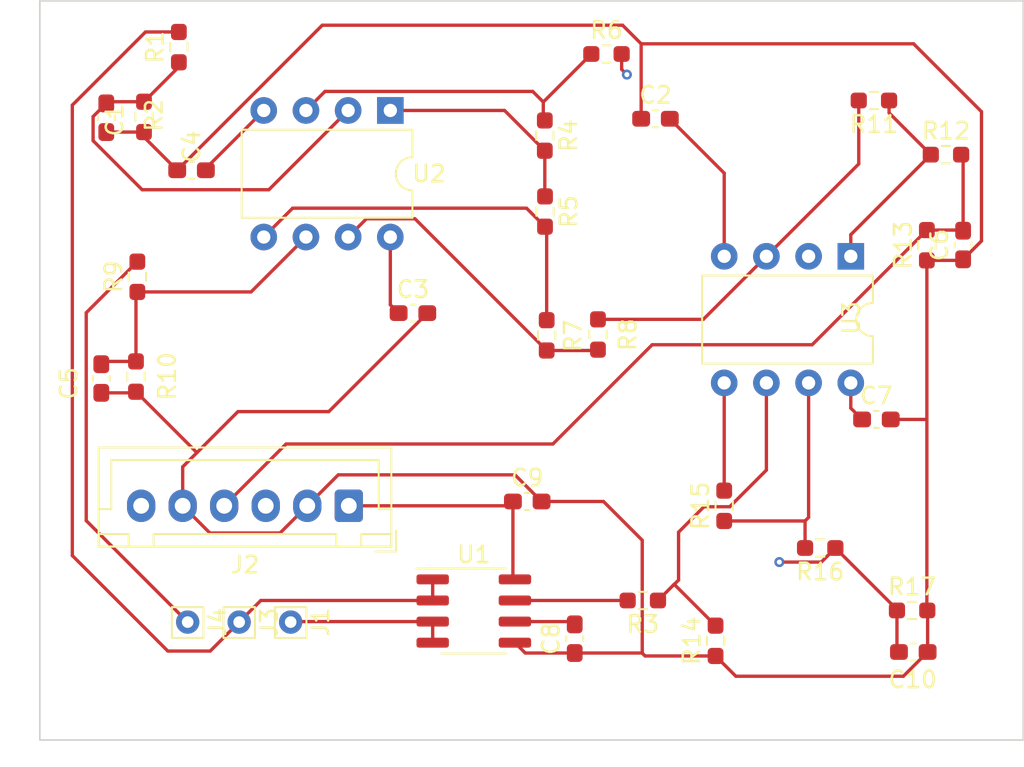
<source format=kicad_pcb>
(kicad_pcb (version 20221018) (generator pcbnew)
  (layers (0 "F.Cu" signal) (1 "In1.Cu" signal) (2 "In2.Cu" signal) (31 "B.Cu" signal) (34 "B.Paste" user) (35 "F.Paste" user) (36 "B.SilkS" user "B.Silkscreen") (37 "F.SilkS" user "F.Silkscreen") (38 "B.Mask" user) (39 "F.Mask" user) (44 "Edge.Cuts" user))
  (net 0 "")
  (net 1 "Net-(U2A--)")
  (net 2 "V+")
  (net 3 "Net-(U2B--)")
  (net 4 "V-Sense")
  (net 5 "Net-(U1-FILTER)")
  (net 6 "I-Sense")
  (net 7 "Current-OUT")
  (net 8 "V-")
  (net 9 "Voltage-Current-IN")
  (net 10 "Voltage-OUT")
  (net 11 "Net-(U3A--)")
  (net 12 "Net-(U1-VIOUT)")
  (net 13 "Net-(U2A-+)")
  (net 14 "Net-(R4-Pad2)")
  (net 15 "Net-(U2B-+)")
  (net 16 "Net-(U3B--)")
  (net 17 "Net-(R7-Pad1)")
  (net 18 "Net-(U3B-+)")
  (net 19 "Net-(R15-Pad1)")
  (net 20 "Net-(U3A-+)")
  (net 21 "GND")
  (net 22 "Net-(R11-Pad1)")
  (footprint "Connector_Pin:Pin_D0.7mm_L6.5mm_W1.8mm_FlatFork" (layer "F.Cu") (at 78.4 135.4 90)
    (fp_text reference "J1" (at 0 1.8 90) (layer "F.SilkS"))
    (fp_text value "Conn_01x01_Pin")
    (fp_line (start -0.95 -0.95) (end -0.95 0.95) (stroke (width 0.12)) (layer "F.SilkS"))
    (fp_line (start -0.95 0.95) (end 0.9 0.95) (stroke (width 0.12)) (layer "F.SilkS"))
    (fp_line (start 0.9 -0.95) (end -0.95 -0.95) (stroke (width 0.12)) (layer "F.SilkS"))
    (fp_line (start 0.9 -0.9) (end 0.9 -0.95) (stroke (width 0.12)) (layer "F.SilkS"))
    (fp_line (start 0.9 0.95) (end 0.9 -0.9) (stroke (width 0.12)) (layer "F.SilkS"))
    (pad "1" thru_hole circle (at 0 0 90) (size 1.4 1.4) (drill 0.7) (layers "*.Cu" "*.Mask") (net 7 "Current-OUT"))
  )
  (footprint "Connector_Pin:Pin_D0.7mm_L6.5mm_W1.8mm_FlatFork" (layer "F.Cu") (at 72.2 135.4 90)
    (fp_text reference "J4" (at 0 1.8 90) (layer "F.SilkS"))
    (fp_text value "Conn_01x01_Pin")
    (fp_line (start -0.95 -0.95) (end -0.95 0.95) (stroke (width 0.12)) (layer "F.SilkS"))
    (fp_line (start -0.95 0.95) (end 0.9 0.95) (stroke (width 0.12)) (layer "F.SilkS"))
    (fp_line (start 0.9 -0.95) (end -0.95 -0.95) (stroke (width 0.12)) (layer "F.SilkS"))
    (fp_line (start 0.9 -0.9) (end 0.9 -0.95) (stroke (width 0.12)) (layer "F.SilkS"))
    (fp_line (start 0.9 0.95) (end 0.9 -0.9) (stroke (width 0.12)) (layer "F.SilkS"))
    (pad "1" thru_hole circle (at 0 0 90) (size 1.4 1.4) (drill 0.7) (layers "*.Cu" "*.Mask") (net 10 "Voltage-OUT"))
  )
  (footprint "Capacitor_SMD:C_0603_1608Metric_Pad1.08x0.95mm_HandSolder" (layer "F.Cu") (at 92.6425 128.14)
    (fp_text reference "C9" (at 0 -1.43) (layer "F.SilkS"))
    (fp_text value "C")
    (fp_line (start -0.146267 -0.51) (end 0.146267 -0.51) (stroke (width 0.12)) (layer "F.SilkS"))
    (fp_line (start -0.146267 0.51) (end 0.146267 0.51) (stroke (width 0.12)) (layer "F.SilkS"))
    (pad "1" smd roundrect (at -0.8625 0) (size 1.075 0.95) (layers "F.Cu" "F.Paste" "F.Mask") (net 2 "V+"))
    (pad "2" smd roundrect (at 0.8625 0) (size 1.075 0.95) (layers "F.Cu" "F.Paste" "F.Mask") (net 21 "GND"))
  )
  (footprint "Resistor_SMD:R_0603_1608Metric_Pad0.98x0.95mm_HandSolder" (layer "F.Cu") (at 71.67 100.7875 90)
    (fp_text reference "R1" (at 0 -1.43 90) (layer "F.SilkS"))
    (fp_text value "R")
    (fp_line (start -0.254724 -0.5225) (end 0.254724 -0.5225) (stroke (width 0.12)) (layer "F.SilkS"))
    (fp_line (start -0.254724 0.5225) (end 0.254724 0.5225) (stroke (width 0.12)) (layer "F.SilkS"))
    (pad "1" smd roundrect (at -0.9125 0 90) (size 0.975 0.95) (layers "F.Cu" "F.Paste" "F.Mask") (net 1 "Net-(U2A--)"))
    (pad "2" smd roundrect (at 0.9125 0 90) (size 0.975 0.95) (layers "F.Cu" "F.Paste" "F.Mask") (net 9 "Voltage-Current-IN"))
  )
  (footprint "Capacitor_SMD:C_0603_1608Metric_Pad1.08x0.95mm_HandSolder" (layer "F.Cu") (at 67.3 105.0375 -90)
    (fp_text reference "C1" (at 0.146267 -0.51 90) (layer "F.SilkS"))
    (fp_text value "C")
    (fp_line (start -0.146267 -0.51) (end 0.146267 -0.51) (stroke (width 0.12)) (layer "F.SilkS"))
    (fp_line (start -0.146267 0.51) (end 0.146267 0.51) (stroke (width 0.12)) (layer "F.SilkS"))
    (pad "1" smd roundrect (at -0.8625 0 270) (size 1.075 0.95) (layers "F.Cu" "F.Paste" "F.Mask") (net 1 "Net-(U2A--)"))
    (pad "2" smd roundrect (at 0.8625 0 270) (size 1.075 0.95) (layers "F.Cu" "F.Paste" "F.Mask") (net 21 "GND"))
  )
  (footprint "Package_SO:SOIC-8_3.9x4.9mm_P1.27mm" (layer "F.Cu") (at 89.425 134.735)
    (fp_text reference "U1" (at 0 -3.4) (layer "F.SilkS"))
    (fp_text value "ACS712xLCTR-20A")
    (fp_line (start 0 -2.56) (end -3.45 -2.56) (stroke (width 0.12)) (layer "F.SilkS"))
    (fp_line (start 0 -2.56) (end 1.95 -2.56) (stroke (width 0.12)) (layer "F.SilkS"))
    (fp_line (start 0 2.56) (end -1.95 2.56) (stroke (width 0.12)) (layer "F.SilkS"))
    (fp_line (start 0 2.56) (end 1.95 2.56) (stroke (width 0.12)) (layer "F.SilkS"))
    (pad "1" smd roundrect (at -2.475 -1.905) (size 1.95 0.6) (layers "F.Cu" "F.Paste" "F.Mask") (net 9 "Voltage-Current-IN"))
    (pad "2" smd roundrect (at -2.475 -0.635) (size 1.95 0.6) (layers "F.Cu" "F.Paste" "F.Mask") (net 9 "Voltage-Current-IN"))
    (pad "3" smd roundrect (at -2.475 0.635) (size 1.95 0.6) (layers "F.Cu" "F.Paste" "F.Mask") (net 7 "Current-OUT"))
    (pad "4" smd roundrect (at -2.475 1.905) (size 1.95 0.6) (layers "F.Cu" "F.Paste" "F.Mask") (net 7 "Current-OUT"))
    (pad "5" smd roundrect (at 2.475 1.905) (size 1.95 0.6) (layers "F.Cu" "F.Paste" "F.Mask") (net 21 "GND"))
    (pad "6" smd roundrect (at 2.475 0.635) (size 1.95 0.6) (layers "F.Cu" "F.Paste" "F.Mask") (net 5 "Net-(U1-FILTER)"))
    (pad "7" smd roundrect (at 2.475 -0.635) (size 1.95 0.6) (layers "F.Cu" "F.Paste" "F.Mask") (net 12 "Net-(U1-VIOUT)"))
    (pad "8" smd roundrect (at 2.475 -1.905) (size 1.95 0.6) (layers "F.Cu" "F.Paste" "F.Mask") (net 2 "V+"))
  )
  (footprint "Resistor_SMD:R_0603_1608Metric_Pad0.98x0.95mm_HandSolder" (layer "F.Cu") (at 69.17 114.6125 90)
    (fp_text reference "R9" (at 0 -1.43 90) (layer "F.SilkS"))
    (fp_text value "R")
    (fp_line (start -0.254724 -0.5225) (end 0.254724 -0.5225) (stroke (width 0.12)) (layer "F.SilkS"))
    (fp_line (start -0.254724 0.5225) (end 0.254724 0.5225) (stroke (width 0.12)) (layer "F.SilkS"))
    (pad "1" smd roundrect (at -0.9125 0 90) (size 0.975 0.95) (layers "F.Cu" "F.Paste" "F.Mask") (net 3 "Net-(U2B--)"))
    (pad "2" smd roundrect (at 0.9125 0 90) (size 0.975 0.95) (layers "F.Cu" "F.Paste" "F.Mask") (net 10 "Voltage-OUT"))
  )
  (footprint "Resistor_SMD:R_0603_1608Metric_Pad0.98x0.95mm_HandSolder" (layer "F.Cu") (at 96.9 118.0875 90)
    (fp_text reference "R8" (at -0.0125 1.8 90) (layer "F.SilkS"))
    (fp_text value "R")
    (fp_line (start -0.254724 -0.5225) (end 0.254724 -0.5225) (stroke (width 0.12)) (layer "F.SilkS"))
    (fp_line (start -0.254724 0.5225) (end 0.254724 0.5225) (stroke (width 0.12)) (layer "F.SilkS"))
    (pad "1" smd roundrect (at -0.9125 0 90) (size 0.975 0.95) (layers "F.Cu" "F.Paste" "F.Mask") (net 17 "Net-(R7-Pad1)"))
    (pad "2" smd roundrect (at 0.9125 0 90) (size 0.975 0.95) (layers "F.Cu" "F.Paste" "F.Mask") (net 20 "Net-(U3A-+)"))
  )
  (footprint "Connector_JST:JST_XH_B6B-XH-A_1x06_P2.50mm_Vertical" (layer "F.Cu") (at 81.9 128.4 180)
    (fp_text reference "J2" (at 6.25 -3.55) (layer "F.SilkS"))
    (fp_text value "Conn_01x06")
    (fp_line (start -2.85 -2.75) (end -2.85 -1.5) (stroke (width 0.12)) (layer "F.SilkS"))
    (fp_line (start -2.56 -2.46) (end -2.56 3.51) (stroke (width 0.12)) (layer "F.SilkS"))
    (fp_line (start -2.56 3.51) (end 15.06 3.51) (stroke (width 0.12)) (layer "F.SilkS"))
    (fp_line (start -2.55 -2.45) (end -2.55 -1.7) (stroke (width 0.12)) (layer "F.SilkS"))
    (fp_line (start -2.55 -1.7) (end -0.75 -1.7) (stroke (width 0.12)) (layer "F.SilkS"))
    (fp_line (start -2.55 -0.2) (end -1.8 -0.2) (stroke (width 0.12)) (layer "F.SilkS"))
    (fp_line (start -1.8 -0.2) (end -1.8 2.75) (stroke (width 0.12)) (layer "F.SilkS"))
    (fp_line (start -1.8 2.75) (end 6.25 2.75) (stroke (width 0.12)) (layer "F.SilkS"))
    (fp_line (start -1.6 -2.75) (end -2.85 -2.75) (stroke (width 0.12)) (layer "F.SilkS"))
    (fp_line (start -0.75 -2.45) (end -2.55 -2.45) (stroke (width 0.12)) (layer "F.SilkS"))
    (fp_line (start -0.75 -1.7) (end -0.75 -2.45) (stroke (width 0.12)) (layer "F.SilkS"))
    (fp_line (start 0.75 -2.45) (end 0.75 -1.7) (stroke (width 0.12)) (layer "F.SilkS"))
    (fp_line (start 0.75 -1.7) (end 11.75 -1.7) (stroke (width 0.12)) (layer "F.SilkS"))
    (fp_line (start 11.75 -2.45) (end 0.75 -2.45) (stroke (width 0.12)) (layer "F.SilkS"))
    (fp_line (start 11.75 -1.7) (end 11.75 -2.45) (stroke (width 0.12)) (layer "F.SilkS"))
    (fp_line (start 13.25 -2.45) (end 13.25 -1.7) (stroke (width 0.12)) (layer "F.SilkS"))
    (fp_line (start 13.25 -1.7) (end 15.05 -1.7) (stroke (width 0.12)) (layer "F.SilkS"))
    (fp_line (start 14.3 -0.2) (end 14.3 2.75) (stroke (width 0.12)) (layer "F.SilkS"))
    (fp_line (start 14.3 2.75) (end 6.25 2.75) (stroke (width 0.12)) (layer "F.SilkS"))
    (fp_line (start 15.05 -2.45) (end 13.25 -2.45) (stroke (width 0.12)) (layer "F.SilkS"))
    (fp_line (start 15.05 -1.7) (end 15.05 -2.45) (stroke (width 0.12)) (layer "F.SilkS"))
    (fp_line (start 15.05 -0.2) (end 14.3 -0.2) (stroke (width 0.12)) (layer "F.SilkS"))
    (fp_line (start 15.06 -2.46) (end -2.56 -2.46) (stroke (width 0.12)) (layer "F.SilkS"))
    (fp_line (start 15.06 3.51) (end 15.06 -2.46) (stroke (width 0.12)) (layer "F.SilkS"))
    (pad "1" thru_hole roundrect (at 0 0 180) (size 1.7 1.95) (drill 0.95) (layers "*.Cu" "*.Mask") (roundrect_rratio 0.1470588235) (net 2 "V+"))
    (pad "2" thru_hole oval (at 2.5 0 180) (size 1.7 1.95) (drill 0.95) (layers "*.Cu" "*.Mask") (net 21 "GND"))
    (pad "3" thru_hole oval (at 5 0 180) (size 1.7 1.95) (drill 0.95) (layers "*.Cu" "*.Mask") (net 8 "V-"))
    (pad "4" thru_hole oval (at 7.5 0 180) (size 1.7 1.95) (drill 0.95) (layers "*.Cu" "*.Mask") (net 4 "V-Sense"))
    (pad "5" thru_hole oval (at 10 0 180) (size 1.7 1.95) (drill 0.95) (layers "*.Cu" "*.Mask") (net 21 "GND"))
    (pad "6" thru_hole oval (at 12.5 0 180) (size 1.7 1.95) (drill 0.95) (layers "*.Cu" "*.Mask") (net 6 "I-Sense"))
  )
  (footprint "Resistor_SMD:R_0603_1608Metric_Pad0.98x0.95mm_HandSolder" (layer "F.Cu") (at 93.7 106.1125 -90)
    (fp_text reference "R4" (at 0 -1.43 90) (layer "F.SilkS"))
    (fp_text value "R")
    (fp_line (start -0.254724 -0.5225) (end 0.254724 -0.5225) (stroke (width 0.12)) (layer "F.SilkS"))
    (fp_line (start -0.254724 0.5225) (end 0.254724 0.5225) (stroke (width 0.12)) (layer "F.SilkS"))
    (pad "1" smd roundrect (at -0.9125 0 270) (size 0.975 0.95) (layers "F.Cu" "F.Paste" "F.Mask") (net 13 "Net-(U2A-+)"))
    (pad "2" smd roundrect (at 0.9125 0 270) (size 0.975 0.95) (layers "F.Cu" "F.Paste" "F.Mask") (net 14 "Net-(R4-Pad2)"))
  )
  (footprint "Resistor_SMD:R_0603_1608Metric_Pad0.98x0.95mm_HandSolder" (layer "F.Cu") (at 103.98 136.5275 90)
    (fp_text reference "R14" (at 0 -1.43 90) (layer "F.SilkS"))
    (fp_text value "R")
    (fp_line (start -0.254724 -0.5225) (end 0.254724 -0.5225) (stroke (width 0.12)) (layer "F.SilkS"))
    (fp_line (start -0.254724 0.5225) (end 0.254724 0.5225) (stroke (width 0.12)) (layer "F.SilkS"))
    (pad "1" smd roundrect (at -0.9125 0 90) (size 0.975 0.95) (layers "F.Cu" "F.Paste" "F.Mask") (net 21 "GND"))
    (pad "2" smd roundrect (at 0.9125 0 90) (size 0.975 0.95) (layers "F.Cu" "F.Paste" "F.Mask") (net 16 "Net-(U3B--)"))
  )
  (footprint "Capacitor_SMD:C_0603_1608Metric_Pad1.08x0.95mm_HandSolder" (layer "F.Cu") (at 118.8825 112.7 90)
    (fp_text reference "C6" (at 0 -1.43 90) (layer "F.SilkS"))
    (fp_text value "C")
    (fp_line (start -0.146267 -0.51) (end 0.146267 -0.51) (stroke (width 0.12)) (layer "F.SilkS"))
    (fp_line (start -0.146267 0.51) (end 0.146267 0.51) (stroke (width 0.12)) (layer "F.SilkS"))
    (pad "1" smd roundrect (at -0.8625 0 90) (size 1.075 0.95) (layers "F.Cu" "F.Paste" "F.Mask") (net 21 "GND"))
    (pad "2" smd roundrect (at 0.8625 0 90) (size 1.075 0.95) (layers "F.Cu" "F.Paste" "F.Mask") (net 4 "V-Sense"))
  )
  (footprint "Capacitor_SMD:C_0603_1608Metric_Pad1.08x0.95mm_HandSolder" (layer "F.Cu") (at 100.3625 105.1)
    (fp_text reference "C2" (at 0 -1.43) (layer "F.SilkS"))
    (fp_text value "C")
    (fp_line (start -0.146267 -0.51) (end 0.146267 -0.51) (stroke (width 0.12)) (layer "F.SilkS"))
    (fp_line (start -0.146267 0.51) (end 0.146267 0.51) (stroke (width 0.12)) (layer "F.SilkS"))
    (pad "1" smd roundrect (at -0.8625 0) (size 1.075 0.95) (layers "F.Cu" "F.Paste" "F.Mask") (net 21 "GND"))
    (pad "2" smd roundrect (at 0.8625 0) (size 1.075 0.95) (layers "F.Cu" "F.Paste" "F.Mask") (net 8 "V-"))
  )
  (footprint "Resistor_SMD:R_0603_1608Metric_Pad0.98x0.95mm_HandSolder" (layer "F.Cu") (at 110.28 130.94 180)
    (fp_text reference "R16" (at 0 -1.43) (layer "F.SilkS"))
    (fp_text value "R")
    (fp_line (start -0.254724 -0.5225) (end 0.254724 -0.5225) (stroke (width 0.12)) (layer "F.SilkS"))
    (fp_line (start -0.254724 0.5225) (end 0.254724 0.5225) (stroke (width 0.12)) (layer "F.SilkS"))
    (pad "1" smd roundrect (at -0.9125 0 180) (size 0.975 0.95) (layers "F.Cu" "F.Paste" "F.Mask") (net 6 "I-Sense"))
    (pad "2" smd roundrect (at 0.9125 0 180) (size 0.975 0.95) (layers "F.Cu" "F.Paste" "F.Mask") (net 19 "Net-(R15-Pad1)"))
  )
  (footprint "Resistor_SMD:R_0603_1608Metric_Pad0.98x0.95mm_HandSolder" (layer "F.Cu") (at 115.8125 134.7)
    (fp_text reference "R17" (at 0 -1.43) (layer "F.SilkS"))
    (fp_text value "R")
    (fp_line (start -0.254724 -0.5225) (end 0.254724 -0.5225) (stroke (width 0.12)) (layer "F.SilkS"))
    (fp_line (start -0.254724 0.5225) (end 0.254724 0.5225) (stroke (width 0.12)) (layer "F.SilkS"))
    (pad "1" smd roundrect (at -0.9125 0) (size 0.975 0.95) (layers "F.Cu" "F.Paste" "F.Mask") (net 6 "I-Sense"))
    (pad "2" smd roundrect (at 0.9125 0) (size 0.975 0.95) (layers "F.Cu" "F.Paste" "F.Mask") (net 21 "GND"))
  )
  (footprint "Resistor_SMD:R_0603_1608Metric_Pad0.98x0.95mm_HandSolder" (layer "F.Cu") (at 97.4125 101.2)
    (fp_text reference "R6" (at 0 -1.43) (layer "F.SilkS"))
    (fp_text value "R")
    (fp_line (start -0.254724 -0.5225) (end 0.254724 -0.5225) (stroke (width 0.12)) (layer "F.SilkS"))
    (fp_line (start -0.254724 0.5225) (end 0.254724 0.5225) (stroke (width 0.12)) (layer "F.SilkS"))
    (pad "1" smd roundrect (at -0.9125 0) (size 0.975 0.95) (layers "F.Cu" "F.Paste" "F.Mask") (net 13 "Net-(U2A-+)"))
    (pad "2" smd roundrect (at 0.9125 0) (size 0.975 0.95) (layers "F.Cu" "F.Paste" "F.Mask") (net 11 "Net-(U3A--)"))
  )
  (footprint "Resistor_SMD:R_0603_1608Metric_Pad0.98x0.95mm_HandSolder" (layer "F.Cu") (at 93.7125 110.685 -90)
    (fp_text reference "R5" (at 0 -1.43 90) (layer "F.SilkS"))
    (fp_text value "R")
    (fp_line (start -0.254724 -0.5225) (end 0.254724 -0.5225) (stroke (width 0.12)) (layer "F.SilkS"))
    (fp_line (start -0.254724 0.5225) (end 0.254724 0.5225) (stroke (width 0.12)) (layer "F.SilkS"))
    (pad "1" smd roundrect (at -0.9125 0 270) (size 0.975 0.95) (layers "F.Cu" "F.Paste" "F.Mask") (net 14 "Net-(R4-Pad2)"))
    (pad "2" smd roundrect (at 0.9125 0 270) (size 0.975 0.95) (layers "F.Cu" "F.Paste" "F.Mask") (net 15 "Net-(U2B-+)"))
  )
  (footprint "Resistor_SMD:R_0603_1608Metric_Pad0.98x0.95mm_HandSolder" (layer "F.Cu") (at 69.0875 120.62 90)
    (fp_text reference "R10" (at 0.02 1.8825 90) (layer "F.SilkS"))
    (fp_text value "R")
    (fp_line (start -0.254724 -0.5225) (end 0.254724 -0.5225) (stroke (width 0.12)) (layer "F.SilkS"))
    (fp_line (start -0.254724 0.5225) (end 0.254724 0.5225) (stroke (width 0.12)) (layer "F.SilkS"))
    (pad "1" smd roundrect (at -0.9125 0 90) (size 0.975 0.95) (layers "F.Cu" "F.Paste" "F.Mask") (net 21 "GND"))
    (pad "2" smd roundrect (at 0.9125 0 90) (size 0.975 0.95) (layers "F.Cu" "F.Paste" "F.Mask") (net 3 "Net-(U2B--)"))
  )
  (footprint "Resistor_SMD:R_0603_1608Metric_Pad0.98x0.95mm_HandSolder" (layer "F.Cu") (at 117.85 107.26)
    (fp_text reference "R12" (at 0 -1.43) (layer "F.SilkS"))
    (fp_text value "R")
    (fp_line (start -0.254724 -0.5225) (end 0.254724 -0.5225) (stroke (width 0.12)) (layer "F.SilkS"))
    (fp_line (start -0.254724 0.5225) (end 0.254724 0.5225) (stroke (width 0.12)) (layer "F.SilkS"))
    (pad "1" smd roundrect (at -0.9125 0) (size 0.975 0.95) (layers "F.Cu" "F.Paste" "F.Mask") (net 22 "Net-(R11-Pad1)"))
    (pad "2" smd roundrect (at 0.9125 0) (size 0.975 0.95) (layers "F.Cu" "F.Paste" "F.Mask") (net 4 "V-Sense"))
  )
  (footprint "Connector_Pin:Pin_D0.7mm_L6.5mm_W1.8mm_FlatFork" (layer "F.Cu") (at 75.3 135.4 90)
    (fp_text reference "J3" (at 0 1.8 90) (layer "F.SilkS"))
    (fp_text value "Conn_01x01_Pin")
    (fp_line (start -0.95 -0.95) (end -0.95 0.95) (stroke (width 0.12)) (layer "F.SilkS"))
    (fp_line (start -0.95 0.95) (end 0.9 0.95) (stroke (width 0.12)) (layer "F.SilkS"))
    (fp_line (start 0.9 -0.95) (end -0.95 -0.95) (stroke (width 0.12)) (layer "F.SilkS"))
    (fp_line (start 0.9 -0.9) (end 0.9 -0.95) (stroke (width 0.12)) (layer "F.SilkS"))
    (fp_line (start 0.9 0.95) (end 0.9 -0.9) (stroke (width 0.12)) (layer "F.SilkS"))
    (pad "1" thru_hole circle (at 0 0 90) (size 1.4 1.4) (drill 0.7) (layers "*.Cu" "*.Mask") (net 9 "Voltage-Current-IN"))
  )
  (footprint "Resistor_SMD:R_0603_1608Metric_Pad0.98x0.95mm_HandSolder" (layer "F.Cu") (at 99.6 134.1 180)
    (fp_text reference "R3" (at 0 -1.43) (layer "F.SilkS"))
    (fp_text value "R")
    (fp_line (start -0.254724 -0.5225) (end 0.254724 -0.5225) (stroke (width 0.12)) (layer "F.SilkS"))
    (fp_line (start -0.254724 0.5225) (end 0.254724 0.5225) (stroke (width 0.12)) (layer "F.SilkS"))
    (pad "1" smd roundrect (at -0.9125 0 180) (size 0.975 0.95) (layers "F.Cu" "F.Paste" "F.Mask") (net 16 "Net-(U3B--)"))
    (pad "2" smd roundrect (at 0.9125 0 180) (size 0.975 0.95) (layers "F.Cu" "F.Paste" "F.Mask") (net 12 "Net-(U1-VIOUT)"))
  )
  (footprint "Capacitor_SMD:C_0603_1608Metric_Pad1.08x0.95mm_HandSolder" (layer "F.Cu") (at 67 120.7375 -90)
    (fp_text reference "C5" (at 0.2975 1.96 90) (layer "F.SilkS"))
    (fp_text value "C")
    (fp_line (start -0.146267 -0.51) (end 0.146267 -0.51) (stroke (width 0.12)) (layer "F.SilkS"))
    (fp_line (start -0.146267 0.51) (end 0.146267 0.51) (stroke (width 0.12)) (layer "F.SilkS"))
    (pad "1" smd roundrect (at -0.8625 0 270) (size 1.075 0.95) (layers "F.Cu" "F.Paste" "F.Mask") (net 3 "Net-(U2B--)"))
    (pad "2" smd roundrect (at 0.8625 0 270) (size 1.075 0.95) (layers "F.Cu" "F.Paste" "F.Mask") (net 21 "GND"))
  )
  (footprint "Resistor_SMD:R_0603_1608Metric_Pad0.98x0.95mm_HandSolder" (layer "F.Cu") (at 93.8125 118.1375 90)
    (fp_text reference "R7" (at -0.0275 1.59 90) (layer "F.SilkS"))
    (fp_text value "R")
    (fp_line (start -0.254724 -0.5225) (end 0.254724 -0.5225) (stroke (width 0.12)) (layer "F.SilkS"))
    (fp_line (start -0.254724 0.5225) (end 0.254724 0.5225) (stroke (width 0.12)) (layer "F.SilkS"))
    (pad "1" smd roundrect (at -0.9125 0 90) (size 0.975 0.95) (layers "F.Cu" "F.Paste" "F.Mask") (net 17 "Net-(R7-Pad1)"))
    (pad "2" smd roundrect (at 0.9125 0 90) (size 0.975 0.95) (layers "F.Cu" "F.Paste" "F.Mask") (net 15 "Net-(U2B-+)"))
  )
  (footprint "Resistor_SMD:R_0603_1608Metric_Pad0.98x0.95mm_HandSolder" (layer "F.Cu") (at 104.5 128.4 90)
    (fp_text reference "R15" (at 0 -1.43 90) (layer "F.SilkS"))
    (fp_text value "R")
    (fp_line (start -0.254724 -0.5225) (end 0.254724 -0.5225) (stroke (width 0.12)) (layer "F.SilkS"))
    (fp_line (start -0.254724 0.5225) (end 0.254724 0.5225) (stroke (width 0.12)) (layer "F.SilkS"))
    (pad "1" smd roundrect (at -0.9125 0 90) (size 0.975 0.95) (layers "F.Cu" "F.Paste" "F.Mask") (net 19 "Net-(R15-Pad1)"))
    (pad "2" smd roundrect (at 0.9125 0 90) (size 0.975 0.95) (layers "F.Cu" "F.Paste" "F.Mask") (net 18 "Net-(U3B-+)"))
  )
  (footprint "Capacitor_SMD:C_0603_1608Metric_Pad1.08x0.95mm_HandSolder" (layer "F.Cu") (at 72.4325 108.2)
    (fp_text reference "C4" (at 0 -1.43 90) (layer "F.SilkS"))
    (fp_text value "C")
    (fp_line (start -0.146267 -0.51) (end 0.146267 -0.51) (stroke (width 0.12)) (layer "F.SilkS"))
    (fp_line (start -0.146267 0.51) (end 0.146267 0.51) (stroke (width 0.12)) (layer "F.SilkS"))
    (pad "1" smd roundrect (at -0.8625 0) (size 1.075 0.95) (layers "F.Cu" "F.Paste" "F.Mask") (net 21 "GND"))
    (pad "2" smd roundrect (at 0.8625 0) (size 1.075 0.95) (layers "F.Cu" "F.Paste" "F.Mask") (net 8 "V-"))
  )
  (footprint "Package_DIP:DIP-8_W7.62mm" (layer "F.Cu") (at 112.12 113.38 -90)
    (fp_text reference "U3" (at 3.71 -0.03 90) (layer "F.SilkS"))
    (fp_text value "LM358")
    (fp_line (start 1.16 -1.33) (end 1.16 8.95) (stroke (width 0.12)) (layer "F.SilkS"))
    (fp_line (start 1.16 8.95) (end 6.46 8.95) (stroke (width 0.12)) (layer "F.SilkS"))
    (fp_line (start 2.81 -1.33) (end 1.16 -1.33) (stroke (width 0.12)) (layer "F.SilkS"))
    (fp_line (start 6.46 -1.33) (end 4.81 -1.33) (stroke (width 0.12)) (layer "F.SilkS"))
    (fp_line (start 6.46 8.95) (end 6.46 -1.33) (stroke (width 0.12)) (layer "F.SilkS"))
    (fp_arc (start 4.81 -1.33) (mid 3.81 -0.33) (end 2.81 -1.33) (stroke (width 0.12)) (layer "F.SilkS"))
    (pad "1" thru_hole rect (at 0 0 270) (size 1.6 1.6) (drill 0.8) (layers "*.Cu" "*.Mask") (net 22 "Net-(R11-Pad1)"))
    (pad "2" thru_hole oval (at 0 2.54 270) (size 1.6 1.6) (drill 0.8) (layers "*.Cu" "*.Mask") (net 11 "Net-(U3A--)"))
    (pad "3" thru_hole oval (at 0 5.08 270) (size 1.6 1.6) (drill 0.8) (layers "*.Cu" "*.Mask") (net 20 "Net-(U3A-+)"))
    (pad "4" thru_hole oval (at 0 7.62 270) (size 1.6 1.6) (drill 0.8) (layers "*.Cu" "*.Mask") (net 8 "V-"))
    (pad "5" thru_hole oval (at 7.62 7.62 270) (size 1.6 1.6) (drill 0.8) (layers "*.Cu" "*.Mask") (net 18 "Net-(U3B-+)"))
    (pad "6" thru_hole oval (at 7.62 5.08 270) (size 1.6 1.6) (drill 0.8) (layers "*.Cu" "*.Mask") (net 16 "Net-(U3B--)"))
    (pad "7" thru_hole oval (at 7.62 2.54 270) (size 1.6 1.6) (drill 0.8) (layers "*.Cu" "*.Mask") (net 19 "Net-(R15-Pad1)"))
    (pad "8" thru_hole oval (at 7.62 0 270) (size 1.6 1.6) (drill 0.8) (layers "*.Cu" "*.Mask") (net 2 "V+"))
  )
  (footprint "Capacitor_SMD:C_0603_1608Metric_Pad1.08x0.95mm_HandSolder" (layer "F.Cu") (at 115.8825 137.2 180)
    (fp_text reference "C10" (at 0.0325 -1.66) (layer "F.SilkS"))
    (fp_text value "C")
    (fp_line (start -0.146267 -0.51) (end 0.146267 -0.51) (stroke (width 0.12)) (layer "F.SilkS"))
    (fp_line (start -0.146267 0.51) (end 0.146267 0.51) (stroke (width 0.12)) (layer "F.SilkS"))
    (pad "1" smd roundrect (at -0.8625 0 180) (size 1.075 0.95) (layers "F.Cu" "F.Paste" "F.Mask") (net 21 "GND"))
    (pad "2" smd roundrect (at 0.8625 0 180) (size 1.075 0.95) (layers "F.Cu" "F.Paste" "F.Mask") (net 6 "I-Sense"))
  )
  (footprint "Capacitor_SMD:C_0603_1608Metric_Pad1.08x0.95mm_HandSolder" (layer "F.Cu") (at 85.7625 116.8)
    (fp_text reference "C3" (at 0 -1.43) (layer "F.SilkS"))
    (fp_text value "C")
    (fp_line (start -0.146267 -0.51) (end 0.146267 -0.51) (stroke (width 0.12)) (layer "F.SilkS"))
    (fp_line (start -0.146267 0.51) (end 0.146267 0.51) (stroke (width 0.12)) (layer "F.SilkS"))
    (pad "1" smd roundrect (at -0.8625 0) (size 1.075 0.95) (layers "F.Cu" "F.Paste" "F.Mask") (net 2 "V+"))
    (pad "2" smd roundrect (at 0.8625 0) (size 1.075 0.95) (layers "F.Cu" "F.Paste" "F.Mask") (net 21 "GND"))
  )
  (footprint "Package_DIP:DIP-8_W7.62mm" (layer "F.Cu") (at 84.4 104.6 -90)
    (fp_text reference "U2" (at 3.81 -2.33) (layer "F.SilkS"))
    (fp_text value "LM358")
    (fp_line (start 1.16 -1.33) (end 1.16 8.95) (stroke (width 0.12)) (layer "F.SilkS"))
    (fp_line (start 1.16 8.95) (end 6.46 8.95) (stroke (width 0.12)) (layer "F.SilkS"))
    (fp_line (start 2.81 -1.33) (end 1.16 -1.33) (stroke (width 0.12)) (layer "F.SilkS"))
    (fp_line (start 6.46 -1.33) (end 4.81 -1.33) (stroke (width 0.12)) (layer "F.SilkS"))
    (fp_line (start 6.46 8.95) (end 6.46 -1.33) (stroke (width 0.12)) (layer "F.SilkS"))
    (fp_arc (start 4.81 -1.33) (mid 3.81 -0.33) (end 2.81 -1.33) (stroke (width 0.12)) (layer "F.SilkS"))
    (pad "1" thru_hole rect (at 0 0 270) (size 1.6 1.6) (drill 0.8) (layers "*.Cu" "*.Mask") (net 14 "Net-(R4-Pad2)"))
    (pad "2" thru_hole oval (at 0 2.54 270) (size 1.6 1.6) (drill 0.8) (layers "*.Cu" "*.Mask") (net 1 "Net-(U2A--)"))
    (pad "3" thru_hole oval (at 0 5.08 270) (size 1.6 1.6) (drill 0.8) (layers "*.Cu" "*.Mask") (net 13 "Net-(U2A-+)"))
    (pad "4" thru_hole oval (at 0 7.62 270) (size 1.6 1.6) (drill 0.8) (layers "*.Cu" "*.Mask") (net 8 "V-"))
    (pad "5" thru_hole oval (at 7.62 7.62 270) (size 1.6 1.6) (drill 0.8) (layers "*.Cu" "*.Mask") (net 15 "Net-(U2B-+)"))
    (pad "6" thru_hole oval (at 7.62 5.08 270) (size 1.6 1.6) (drill 0.8) (layers "*.Cu" "*.Mask") (net 3 "Net-(U2B--)"))
    (pad "7" thru_hole oval (at 7.62 2.54 270) (size 1.6 1.6) (drill 0.8) (layers "*.Cu" "*.Mask") (net 17 "Net-(R7-Pad1)"))
    (pad "8" thru_hole oval (at 7.62 0 270) (size 1.6 1.6) (drill 0.8) (layers "*.Cu" "*.Mask" "Dwgs.User") (net 2 "V+"))
  )
  (footprint "Capacitor_SMD:C_0603_1608Metric_Pad1.08x0.95mm_HandSolder" (layer "F.Cu") (at 95.5 136.4 90)
    (fp_text reference "C8" (at 0 -1.43 90) (layer "F.SilkS"))
    (fp_text value "C")
    (fp_line (start -0.146267 -0.51) (end 0.146267 -0.51) (stroke (width 0.12)) (layer "F.SilkS"))
    (fp_line (start -0.146267 0.51) (end 0.146267 0.51) (stroke (width 0.12)) (layer "F.SilkS"))
    (pad "1" smd roundrect (at -0.8625 0 90) (size 1.075 0.95) (layers "F.Cu" "F.Paste" "F.Mask") (net 21 "GND"))
    (pad "2" smd roundrect (at 0.8625 0 90) (size 1.075 0.95) (layers "F.Cu" "F.Paste" "F.Mask") (net 5 "Net-(U1-FILTER)"))
  )
  (footprint "Resistor_SMD:R_0603_1608Metric_Pad0.98x0.95mm_HandSolder" (layer "F.Cu") (at 113.5125 104 180)
    (fp_text reference "R11" (at 0 -1.43) (layer "F.SilkS"))
    (fp_text value "R")
    (fp_line (start -0.254724 -0.5225) (end 0.254724 -0.5225) (stroke (width 0.12)) (layer "F.SilkS"))
    (fp_line (start -0.254724 0.5225) (end 0.254724 0.5225) (stroke (width 0.12)) (layer "F.SilkS"))
    (pad "1" smd roundrect (at -0.9125 0 180) (size 0.975 0.95) (layers "F.Cu" "F.Paste" "F.Mask") (net 22 "Net-(R11-Pad1)"))
    (pad "2" smd roundrect (at 0.9125 0 180) (size 0.975 0.95) (layers "F.Cu" "F.Paste" "F.Mask") (net 20 "Net-(U3A-+)"))
  )
  (footprint "Resistor_SMD:R_0603_1608Metric_Pad0.98x0.95mm_HandSolder" (layer "F.Cu") (at 69.57 104.9875 -90)
    (fp_text reference "R2" (at -0.0975 -0.603052 90) (layer "F.SilkS"))
    (fp_text value "R")
    (fp_line (start -0.254724 -0.5225) (end 0.254724 -0.5225) (stroke (width 0.12)) (layer "F.SilkS"))
    (fp_line (start -0.254724 0.5225) (end 0.254724 0.5225) (stroke (width 0.12)) (layer "F.SilkS"))
    (pad "1" smd roundrect (at -0.9125 0 270) (size 0.975 0.95) (layers "F.Cu" "F.Paste" "F.Mask") (net 1 "Net-(U2A--)"))
    (pad "2" smd roundrect (at 0.9125 0 270) (size 0.975 0.95) (layers "F.Cu" "F.Paste" "F.Mask") (net 21 "GND"))
  )
  (footprint "Capacitor_SMD:C_0603_1608Metric_Pad1.08x0.95mm_HandSolder" (layer "F.Cu") (at 113.6625 123.2)
    (fp_text reference "C7" (at 0 -1.43) (layer "F.SilkS"))
    (fp_text value "C")
    (fp_line (start -0.146267 -0.51) (end 0.146267 -0.51) (stroke (width 0.12)) (layer "F.SilkS"))
    (fp_line (start -0.146267 0.51) (end 0.146267 0.51) (stroke (width 0.12)) (layer "F.SilkS"))
    (pad "1" smd roundrect (at -0.8625 0) (size 1.075 0.95) (layers "F.Cu" "F.Paste" "F.Mask") (net 2 "V+"))
    (pad "2" smd roundrect (at 0.8625 0) (size 1.075 0.95) (layers "F.Cu" "F.Paste" "F.Mask") (net 21 "GND"))
  )
  (footprint "Resistor_SMD:R_0603_1608Metric_Pad0.98x0.95mm_HandSolder" (layer "F.Cu") (at 116.7 112.7125 90)
    (fp_text reference "R13" (at 0 -1.43 90) (layer "F.SilkS"))
    (fp_text value "R")
    (fp_line (start -0.254724 -0.5225) (end 0.254724 -0.5225) (stroke (width 0.12)) (layer "F.SilkS"))
    (fp_line (start -0.254724 0.5225) (end 0.254724 0.5225) (stroke (width 0.12)) (layer "F.SilkS"))
    (pad "1" smd roundrect (at -0.9125 0 90) (size 0.975 0.95) (layers "F.Cu" "F.Paste" "F.Mask") (net 21 "GND"))
    (pad "2" smd roundrect (at 0.9125 0 90) (size 0.975 0.95) (layers "F.Cu" "F.Paste" "F.Mask") (net 4 "V-Sense"))
  )
  (gr_rect (start 63.3 98) (end 122.5 142.5) (stroke (width 0.1)) (fill none) (layer "Edge.Cuts"))
  (segment (start 69.57 104.075) (end 71.67 101.975) (width 0.2) (layer "F.Cu") (net 1))
  (segment (start 66.5056 104.9694) (end 66.5056 106.4191) (width 0.2) (layer "F.Cu") (net 1))
  (segment (start 66.5056 106.4191) (end 69.4587 109.3722) (width 0.2) (layer "F.Cu") (net 1))
  (segment (start 69.57 104.075) (end 67.4 104.075) (width 0.2) (layer "F.Cu") (net 1))
  (segment (start 81.86 104.6) (end 77.0878 109.3722) (width 0.2) (layer "F.Cu") (net 1))
  (segment (start 67.3 104.175) (end 66.5056 104.9694) (width 0.2) (layer "F.Cu") (net 1))
  (segment (start 71.67 101.975) (end 71.67 101.7) (width 0.2) (layer "F.Cu") (net 1))
  (segment (start 69.4587 109.3722) (end 77.0878 109.3722) (width 0.2) (layer "F.Cu") (net 1))
  (segment (start 67.4 104.075) (end 67.3 104.175) (width 0.2) (layer "F.Cu") (net 1))
  (segment (start 91.52 128.4) (end 91.78 128.14) (width 0.2) (layer "F.Cu") (net 2))
  (segment (start 91.78 128.14) (end 91.78 132.71) (width 0.2) (layer "F.Cu") (net 2))
  (segment (start 84.4 112.22) (end 84.4 116.3) (width 0.2) (layer "F.Cu") (net 2))
  (segment (start 91.78 132.71) (end 91.9 132.83) (width 0.2) (layer "F.Cu") (net 2))
  (segment (start 84.4 116.3) (end 84.9 116.8) (width 0.2) (layer "F.Cu") (net 2))
  (segment (start 112.12 121) (end 112.12 122.52) (width 0.2) (layer "F.Cu") (net 2))
  (segment (start 81.9 128.4) (end 91.52 128.4) (width 0.2) (layer "F.Cu") (net 2))
  (segment (start 112.12 122.52) (end 112.8 123.2) (width 0.2) (layer "F.Cu") (net 2))
  (segment (start 69.0875 119.7075) (end 69.0875 115.6075) (width 0.2) (layer "F.Cu") (net 3))
  (segment (start 69.0875 115.6075) (end 69.17 115.525) (width 0.2) (layer "F.Cu") (net 3))
  (segment (start 67.1675 119.7075) (end 67 119.875) (width 0.2) (layer "F.Cu") (net 3))
  (segment (start 76.015 115.525) (end 79.32 112.22) (width 0.2) (layer "F.Cu") (net 3))
  (segment (start 69.0875 119.7075) (end 67.1675 119.7075) (width 0.2) (layer "F.Cu") (net 3))
  (segment (start 69.17 115.525) (end 76.015 115.525) (width 0.2) (layer "F.Cu") (net 3))
  (segment (start 118.845 111.8) (end 118.8825 111.8375) (width 0.2) (layer "F.Cu") (net 4))
  (segment (start 100.1621 118.7049) (end 94.188 124.679) (width 0.2) (layer "F.Cu") (net 4))
  (segment (start 109.7951 118.7049) (end 100.1621 118.7049) (width 0.2) (layer "F.Cu") (net 4))
  (segment (start 116.7 111.8) (end 118.845 111.8) (width 0.2) (layer "F.Cu") (net 4))
  (segment (start 78.121 124.679) (end 94.188 124.679) (width 0.2) (layer "F.Cu") (net 4))
  (segment (start 118.8825 111.8375) (end 118.8825 107.38) (width 0.2) (layer "F.Cu") (net 4))
  (segment (start 116.7 111.8) (end 109.7951 118.7049) (width 0.2) (layer "F.Cu") (net 4))
  (segment (start 118.8825 107.38) (end 118.7625 107.26) (width 0.2) (layer "F.Cu") (net 4))
  (segment (start 74.4 128.4) (end 78.121 124.679) (width 0.2) (layer "F.Cu") (net 4))
  (segment (start 91.9 135.37) (end 95.3325 135.37) (width 0.2) (layer "F.Cu") (net 5))
  (segment (start 95.3325 135.37) (end 95.5 135.5375) (width 0.2) (layer "F.Cu") (net 5))
  (segment (start 114.9 134.7) (end 114.9 134.6475) (width 0.2) (layer "F.Cu") (net 6))
  (segment (start 114.9 137.08) (end 115.02 137.2) (width 0.2) (layer "F.Cu") (net 6))
  (segment (start 114.9 134.7) (end 114.9 137.08) (width 0.2) (layer "F.Cu") (net 6))
  (segment (start 114.9 134.6475) (end 111.1925 130.94) (width 0.2) (layer "F.Cu") (net 6))
  (segment (start 111.1925 130.94) (end 110.3449 131.7876) (width 0.2) (layer "F.Cu") (net 6))
  (segment (start 110.3449 131.7876) (end 107.8182 131.7876) (width 0.2) (layer "F.Cu") (net 6))
  (via (at 107.8182 131.7876) (size 0.6) (drill 0.3) (layers "F.Cu" "B.Cu") (net 6))
  (segment (start 86.95 135.37) (end 78.43 135.37) (width 0.2) (layer "F.Cu") (net 7))
  (segment (start 86.95 136.64) (end 86.95 135.37) (width 0.2) (layer "F.Cu") (net 7))
  (segment (start 78.43 135.37) (end 78.4 135.4) (width 0.2) (layer "F.Cu") (net 7))
  (segment (start 73.295 108.2) (end 73.295 108.085) (width 0.2) (layer "F.Cu") (net 8))
  (segment (start 104.5 113.38) (end 104.5 108.375) (width 0.2) (layer "F.Cu") (net 8))
  (segment (start 73.295 108.085) (end 76.78 104.6) (width 0.2) (layer "F.Cu") (net 8))
  (segment (start 104.5 108.375) (end 101.225 105.1) (width 0.2) (layer "F.Cu") (net 8))
  (segment (start 73.5565 137.1435) (end 71.0037 137.1435) (width 0.2) (layer "F.Cu") (net 9))
  (segment (start 75.3 135.4) (end 76.6 134.1) (width 0.2) (layer "F.Cu") (net 9))
  (segment (start 76.6 134.1) (end 86.95 134.1) (width 0.2) (layer "F.Cu") (net 9))
  (segment (start 69.66 99.875) (end 71.67 99.875) (width 0.2) (layer "F.Cu") (net 9))
  (segment (start 65.2552 104.2798) (end 69.66 99.875) (width 0.2) (layer "F.Cu") (net 9))
  (segment (start 86.95 134.1) (end 86.95 132.83) (width 0.2) (layer "F.Cu") (net 9))
  (segment (start 71.0037 137.1435) (end 65.2552 131.395) (width 0.2) (layer "F.Cu") (net 9))
  (segment (start 65.2552 131.395) (end 65.2552 104.2798) (width 0.2) (layer "F.Cu") (net 9))
  (segment (start 75.3 135.4) (end 73.5565 137.1435) (width 0.2) (layer "F.Cu") (net 9))
  (segment (start 66.0931 116.7769) (end 69.17 113.7) (width 0.2) (layer "F.Cu") (net 10))
  (segment (start 66.0931 129.2931) (end 66.0931 116.7769) (width 0.2) (layer "F.Cu") (net 10))
  (segment (start 72.2 135.4) (end 66.0931 129.2931) (width 0.2) (layer "F.Cu") (net 10))
  (segment (start 98.325 102.125) (end 98.6409 102.4409) (width 0.2) (layer "F.Cu") (net 11))
  (segment (start 98.325 101.2) (end 98.325 102.125) (width 0.2) (layer "F.Cu") (net 11))
  (via (at 98.6409 102.4409) (size 0.6) (drill 0.3) (layers "F.Cu" "B.Cu") (net 11))
  (segment (start 98.6875 134.1) (end 91.9 134.1) (width 0.2) (layer "F.Cu") (net 12))
  (segment (start 93.6086 105.1086) (end 93.6086 104.0914) (width 0.2) (layer "F.Cu") (net 13))
  (segment (start 93.7 105.2) (end 93.6086 105.1086) (width 0.2) (layer "F.Cu") (net 13))
  (segment (start 80.4659 103.4541) (end 92.9713 103.4541) (width 0.2) (layer "F.Cu") (net 13))
  (segment (start 92.9713 103.4541) (end 93.6086 104.0914) (width 0.2) (layer "F.Cu") (net 13))
  (segment (start 79.32 104.6) (end 80.4659 103.4541) (width 0.2) (layer "F.Cu") (net 13))
  (segment (start 96.5 101.2) (end 93.6086 104.0914) (width 0.2) (layer "F.Cu") (net 13))
  (segment (start 91.275 104.6) (end 93.7 107.025) (width 0.2) (layer "F.Cu") (net 14))
  (segment (start 84.4 104.6) (end 91.275 104.6) (width 0.2) (layer "F.Cu") (net 14))
  (segment (start 93.7 109.76) (end 93.7125 109.7725) (width 0.2) (layer "F.Cu") (net 14))
  (segment (start 93.7 107.025) (end 93.7 109.76) (width 0.2) (layer "F.Cu") (net 14))
  (segment (start 76.78 112.22) (end 78.5182 110.4818) (width 0.2) (layer "F.Cu") (net 15))
  (segment (start 78.5182 110.4818) (end 92.5968 110.4818) (width 0.2) (layer "F.Cu") (net 15))
  (segment (start 93.7125 111.5975) (end 92.5968 110.4818) (width 0.2) (layer "F.Cu") (net 15))
  (segment (start 93.8125 111.6975) (end 93.7125 111.5975) (width 0.2) (layer "F.Cu") (net 15))
  (segment (start 93.8125 117.225) (end 93.8125 111.6975) (width 0.2) (layer "F.Cu") (net 15))
  (segment (start 101.7518 132.8716) (end 101.4942 133.1292) (width 0.2) (layer "F.Cu") (net 16))
  (segment (start 101.4833 133.1292) (end 100.5125 134.1) (width 0.2) (layer "F.Cu") (net 16))
  (segment (start 103.98 135.615) (end 101.4942 133.1292) (width 0.2) (layer "F.Cu") (net 16))
  (segment (start 107.04 121) (end 107.04 126.2501) (width 0.2) (layer "F.Cu") (net 16))
  (segment (start 101.7518 129.9878) (end 101.7518 132.8716) (width 0.2) (layer "F.Cu") (net 16))
  (segment (start 101.4942 133.1292) (end 101.4833 133.1292) (width 0.2) (layer "F.Cu") (net 16))
  (segment (start 103.2831 128.4565) (end 101.7518 129.9878) (width 0.2) (layer "F.Cu") (net 16))
  (segment (start 107.04 126.2501) (end 104.8336 128.4565) (width 0.2) (layer "F.Cu") (net 16))
  (segment (start 104.8336 128.4565) (end 103.2831 128.4565) (width 0.2) (layer "F.Cu") (net 16))
  (segment (start 82.9602 111.1198) (end 81.86 112.22) (width 0.2) (layer "F.Cu") (net 17))
  (segment (start 96.85 119.05) (end 96.9 119) (width 0.2) (layer "F.Cu") (net 17))
  (segment (start 93.8125 119.05) (end 96.85 119.05) (width 0.2) (layer "F.Cu") (net 17))
  (segment (start 93.8125 119.05) (end 85.8823 111.1198) (width 0.2) (layer "F.Cu") (net 17))
  (segment (start 85.8823 111.1198) (end 82.9602 111.1198) (width 0.2) (layer "F.Cu") (net 17))
  (segment (start 104.5 127.4875) (end 104.5 121) (width 0.2) (layer "F.Cu") (net 18))
  (segment (start 109.58 129.1) (end 109.3675 129.3125) (width 0.2) (layer "F.Cu") (net 19))
  (segment (start 104.5 129.3125) (end 109.3675 129.3125) (width 0.2) (layer "F.Cu") (net 19))
  (segment (start 109.3675 130.94) (end 109.3675 129.3125) (width 0.2) (layer "F.Cu") (net 19))
  (segment (start 109.58 121) (end 109.58 129.1) (width 0.2) (layer "F.Cu") (net 19))
  (segment (start 103.245 117.175) (end 96.9 117.175) (width 0.2) (layer "F.Cu") (net 20))
  (segment (start 112.6 107.82) (end 107.04 113.38) (width 0.2) (layer "F.Cu") (net 20))
  (segment (start 107.04 113.38) (end 103.245 117.175) (width 0.2) (layer "F.Cu") (net 20))
  (segment (start 112.6 104) (end 112.6 107.82) (width 0.2) (layer "F.Cu") (net 20))
  (segment (start 98.3806 99.4682) (end 99.5 100.5876) (width 0.2) (layer "F.Cu") (net 21))
  (segment (start 118.8825 113.5625) (end 119.9882 112.4568) (width 0.2) (layer "F.Cu") (net 21))
  (segment (start 116.745 134.72) (end 116.745 137.2) (width 0.2) (layer "F.Cu") (net 21))
  (segment (start 103.98 137.44) (end 105.2004 138.6604) (width 0.2) (layer "F.Cu") (net 21))
  (segment (start 69.57 106.2) (end 71.57 108.2) (width 0.2) (layer "F.Cu") (net 21))
  (segment (start 92.5225 137.2625) (end 91.9 136.64) (width 0.2) (layer "F.Cu") (net 21))
  (segment (start 115.2846 138.6604) (end 116.745 137.2) (width 0.2) (layer "F.Cu") (net 21))
  (segment (start 77.763 130.037) (end 73.537 130.037) (width 0.2) (layer "F.Cu") (net 21))
  (segment (start 118.82 113.625) (end 118.8825 113.5625) (width 0.2) (layer "F.Cu") (net 21))
  (segment (start 105.2004 138.6604) (end 115.2846 138.6604) (width 0.2) (layer "F.Cu") (net 21))
  (segment (start 95.5 137.2625) (end 99.5572 137.2625) (width 0.2) (layer "F.Cu") (net 21))
  (segment (start 71.9 128.4) (end 71.9 126.0554) (width 0.2) (layer "F.Cu") (net 21))
  (segment (start 86.625 116.8) (end 80.6968 122.7282) (width 0.2) (layer "F.Cu") (net 21))
  (segment (start 67.3 105.9) (end 69.57 105.9) (width 0.2) (layer "F.Cu") (net 21))
  (segment (start 116.7 134.675) (end 116.7 123.2) (width 0.2) (layer "F.Cu") (net 21))
  (segment (start 99.565 137.2547) (end 99.5572 137.2625) (width 0.2) (layer "F.Cu") (net 21))
  (segment (start 99.565 130.4729) (end 99.565 137.2547) (width 0.2) (layer "F.Cu") (net 21))
  (segment (start 80.6968 122.7282) (end 75.2272 122.7282) (width 0.2) (layer "F.Cu") (net 21))
  (segment (start 79.4 128.4) (end 81.2634 126.5366) (width 0.2) (layer "F.Cu") (net 21))
  (segment (start 116.7 113.625) (end 116.7 123.2) (width 0.2) (layer "F.Cu") (net 21))
  (segment (start 69.0875 121.5325) (end 72.7552 125.2002) (width 0.2) (layer "F.Cu") (net 21))
  (segment (start 119.9882 104.6722) (end 115.9036 100.5876) (width 0.2) (layer "F.Cu") (net 21))
  (segment (start 71.9 128.4) (end 73.537 130.037) (width 0.2) (layer "F.Cu") (net 21))
  (segment (start 99.5 105.1) (end 99.5 100.5876) (width 0.2) (layer "F.Cu") (net 21))
  (segment (start 71.9 126.0554) (end 72.7552 125.2002) (width 0.2) (layer "F.Cu") (net 21))
  (segment (start 103.98 137.44) (end 99.7347 137.44) (width 0.2) (layer "F.Cu") (net 21))
  (segment (start 116.745 134.72) (end 116.725 134.7) (width 0.2) (layer "F.Cu") (net 21))
  (segment (start 75.2272 122.7282) (end 72.7552 125.2002) (width 0.2) (layer "F.Cu") (net 21))
  (segment (start 79.4 128.4) (end 77.763 130.037) (width 0.2) (layer "F.Cu") (net 21))
  (segment (start 93.505 128.14) (end 91.9016 126.5366) (width 0.2) (layer "F.Cu") (net 21))
  (segment (start 119.9882 112.4568) (end 119.9882 104.6722) (width 0.2) (layer "F.Cu") (net 21))
  (segment (start 91.9016 126.5366) (end 81.2634 126.5366) (width 0.2) (layer "F.Cu") (net 21))
  (segment (start 97.2321 128.14) (end 99.565 130.4729) (width 0.2) (layer "F.Cu") (net 21))
  (segment (start 69.02 121.6) (end 69.0875 121.5325) (width 0.2) (layer "F.Cu") (net 21))
  (segment (start 93.505 128.14) (end 97.2321 128.14) (width 0.2) (layer "F.Cu") (net 21))
  (segment (start 71.57 108.2) (end 80.3018 99.4682) (width 0.2) (layer "F.Cu") (net 21))
  (segment (start 95.5 137.2625) (end 92.5225 137.2625) (width 0.2) (layer "F.Cu") (net 21))
  (segment (start 115.9036 100.5876) (end 99.5 100.5876) (width 0.2) (layer "F.Cu") (net 21))
  (segment (start 116.7 113.625) (end 118.82 113.625) (width 0.2) (layer "F.Cu") (net 21))
  (segment (start 114.525 123.2) (end 116.7 123.2) (width 0.2) (layer "F.Cu") (net 21))
  (segment (start 69.57 105.9) (end 69.57 106.2) (width 0.2) (layer "F.Cu") (net 21))
  (segment (start 80.3018 99.4682) (end 98.3806 99.4682) (width 0.2) (layer "F.Cu") (net 21))
  (segment (start 67 121.6) (end 69.02 121.6) (width 0.2) (layer "F.Cu") (net 21))
  (segment (start 99.7347 137.44) (end 99.5572 137.2625) (width 0.2) (layer "F.Cu") (net 21))
  (segment (start 116.725 134.7) (end 116.7 134.675) (width 0.2) (layer "F.Cu") (net 21))
  (segment (start 114.425 104.7475) (end 116.9375 107.26) (width 0.2) (layer "F.Cu") (net 22))
  (segment (start 114.425 104) (end 114.425 104.7475) (width 0.2) (layer "F.Cu") (net 22))
  (segment (start 112.12 113.38) (end 112.12 112.0775) (width 0.2) (layer "F.Cu") (net 22))
  (segment (start 112.12 112.0775) (end 116.9375 107.26) (width 0.2) (layer "F.Cu") (net 22))
)
</source>
